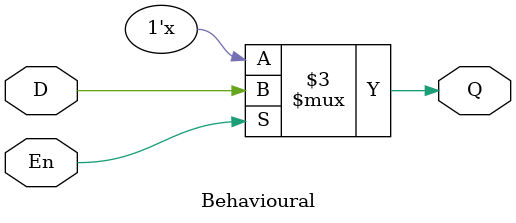
<source format=v>
`timescale 1ns / 1ps

module Behavioural(
    input En,
    input D,
    output reg Q
    );
    
    always @(En,Q)
        if (En) Q = D ;
    
endmodule

</source>
